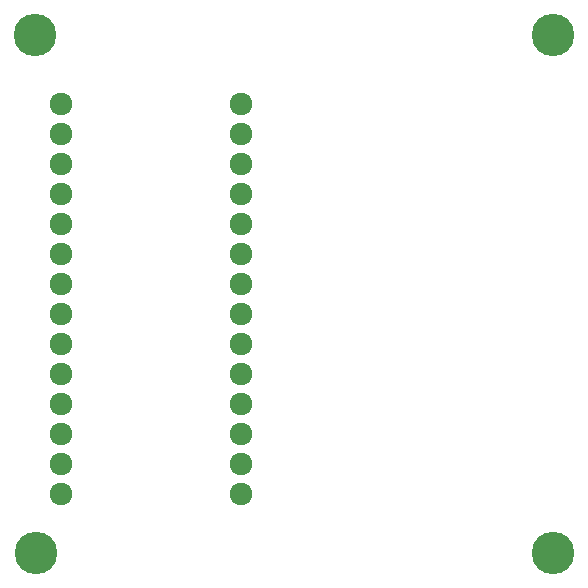
<source format=gbs>
G04 #@! TF.FileFunction,Soldermask,Bot*
%FSLAX46Y46*%
G04 Gerber Fmt 4.6, Leading zero omitted, Abs format (unit mm)*
G04 Created by KiCad (PCBNEW 4.0.4-stable) date 06/13/17 21:08:50*
%MOMM*%
%LPD*%
G01*
G04 APERTURE LIST*
%ADD10C,0.100000*%
%ADD11O,1.924000X1.924000*%
%ADD12C,3.600000*%
G04 APERTURE END LIST*
D10*
D11*
X171400000Y-132840000D03*
X156160000Y-132840000D03*
X171400000Y-127760000D03*
X171400000Y-125220000D03*
X171400000Y-130300000D03*
X156160000Y-130300000D03*
X156160000Y-127760000D03*
X171400000Y-117600000D03*
X156160000Y-125220000D03*
X171400000Y-120140000D03*
X156160000Y-122680000D03*
X171400000Y-115060000D03*
X171400000Y-109980000D03*
X171400000Y-122680000D03*
X171400000Y-107440000D03*
X171400000Y-104900000D03*
X156160000Y-117600000D03*
X171400000Y-112520000D03*
X171400000Y-99820000D03*
X171400000Y-102360000D03*
X156160000Y-115060000D03*
X156160000Y-112520000D03*
X156160000Y-99820000D03*
X156160000Y-109980000D03*
X156160000Y-120140000D03*
X156160000Y-107440000D03*
X156160000Y-104900000D03*
X156160000Y-102360000D03*
D12*
X154000000Y-94000000D03*
X197800000Y-137800000D03*
X197800000Y-94000000D03*
X154100000Y-137800000D03*
M02*

</source>
